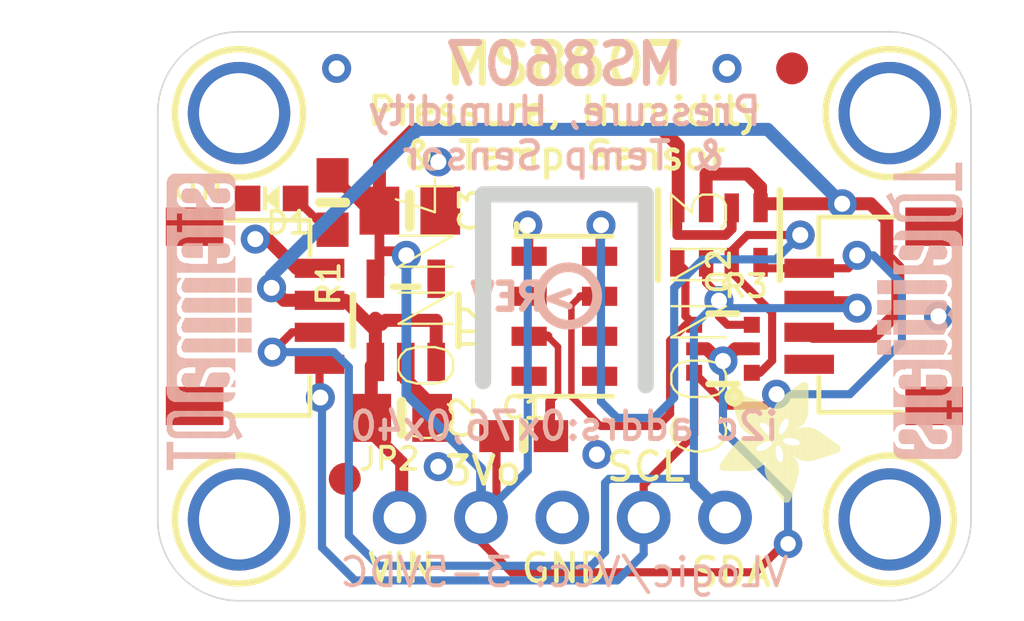
<source format=kicad_pcb>
(kicad_pcb (version 20211014) (generator pcbnew)
  (layers (0 "F.Cu" signal) (31 "B.Cu" signal) (34 "B.Paste" user) (35 "F.Paste" user) (36 "B.SilkS" user "B.Silkscreen") (37 "F.SilkS" user "F.Silkscreen") (38 "B.Mask" user) (39 "F.Mask" user) (44 "Edge.Cuts" user))
  (net 0 "")
  (net 1 "GND")
  (net 2 "SDA")
  (net 3 "SCL")
  (net 4 "SCL_3V")
  (net 5 "SDA_3V")
  (net 6 "3.3V")
  (net 7 "VCC")
  (net 8 "N$1")
  (footprint "boardEagle:ADAFRUIT_3.5MM" (layer "F.Cu") (at 153.3271 107.0356 -90)
    (fp_text reference "U$22" hide)
    (fp_text value "" hide)
  )
  (footprint "boardEagle:MS8607" (layer "F.Cu") (at 148.5011 105.0036)
    (fp_text reference "X1" hide)
    (fp_text value "MS8607" hide)
    (pad "1" smd rect (at -1.1 -1.875) (size 1.1 0.6) (layers "F.Cu" "F.Paste" "F.Mask") (net 6 "3.3V"))
    (pad "2" smd rect (at -1.1 -0.625) (size 1.1 0.6) (layers "F.Cu" "F.Paste" "F.Mask"))
    (pad "3" smd rect (at -1.1 0.625) (size 1.1 0.6) (layers "F.Cu" "F.Paste" "F.Mask") (net 1 "GND"))
    (pad "4" smd rect (at -1.1 1.875) (size 1.1 0.6) (layers "F.Cu" "F.Paste" "F.Mask"))
    (pad "5" smd rect (at 1.1 1.875 180) (size 1.1 0.6) (layers "F.Cu" "F.Paste" "F.Mask"))
    (pad "6" smd rect (at 1.1 0.625 180) (size 1.1 0.6) (layers "F.Cu" "F.Paste" "F.Mask"))
    (pad "7" smd rect (at 1.1 -0.625 180) (size 1.1 0.6) (layers "F.Cu" "F.Paste" "F.Mask") (net 5 "SDA_3V"))
    (pad "8" smd rect (at 1.1 -1.875 180) (size 1.1 0.6) (layers "F.Cu" "F.Paste" "F.Mask") (net 4 "SCL_3V"))
  )
  (footprint "boardEagle:1X05_ROUND" (layer "F.Cu") (at 148.4376 111.2901)
    (fp_text reference "JP2" (at -6.4262 -1.8288) (layer "F.SilkS") (effects (font (size 0.692831 0.692831) (thickness 0.119969)) (justify left)))
    (fp_text value "")
    (pad "1" thru_hole circle (at -5.08 0 90) (size 1.6764 1.6764) (drill 1) (layers *.Cu *.Mask) (net 7 "VCC"))
    (pad "2" thru_hole circle (at -2.54 0 90) (size 1.6764 1.6764) (drill 1) (layers *.Cu *.Mask) (net 6 "3.3V"))
    (pad "3" thru_hole circle (at 0 0 90) (size 1.6764 1.6764) (drill 1) (layers *.Cu *.Mask) (net 1 "GND"))
    (pad "4" thru_hole circle (at 2.54 0 90) (size 1.6764 1.6764) (drill 1) (layers *.Cu *.Mask) (net 3 "SCL"))
    (pad "5" thru_hole circle (at 5.08 0 90) (size 1.6764 1.6764) (drill 1) (layers *.Cu *.Mask) (net 2 "SDA"))
  )
  (footprint "boardEagle:JST_SH4" (layer "F.Cu") (at 158.6611 105.0036 90)
    (fp_text reference "CONN3" (at -4.6 -5.9 90) (layer "F.SilkS") (effects (font (size 1.703222 1.703222) (thickness 0.074778)) (justify left)))
    (fp_text value "STEMMA_I2C_QT" hide)
    (pad "1" smd rect (at -1.5 -2.514 180) (size 1.55 0.6) (layers "F.Cu" "F.Paste" "F.Mask") (net 1 "GND"))
    (pad "2" smd rect (at -0.5 -2.514 180) (size 1.55 0.6) (layers "F.Cu" "F.Paste" "F.Mask") (net 7 "VCC"))
    (pad "3" smd rect (at 0.5 -2.514 180) (size 1.55 0.6) (layers "F.Cu" "F.Paste" "F.Mask") (net 2 "SDA"))
    (pad "4" smd rect (at 1.5 -2.514 180) (size 1.55 0.6) (layers "F.Cu" "F.Paste" "F.Mask") (net 3 "SCL"))
    (pad "MT1" smd rect (at -2.8 1.386 180) (size 1.8 1.2) (layers "F.Cu" "F.Paste" "F.Mask") (net 1 "GND"))
    (pad "MT2" smd rect (at 2.8 1.386 180) (size 1.8 1.2) (layers "F.Cu" "F.Paste" "F.Mask") (net 1 "GND"))
  )
  (footprint "boardEagle:0603-NO" (layer "F.Cu") (at 141.2621 101.4476 -90)
    (fp_text reference "R1" (at 1.778 0.127 90) (layer "F.SilkS") (effects (font (size 0.692831 0.692831) (thickness 0.119969)) (justify right)))
    (fp_text value "10K")
    (pad "1" smd rect (at -0.85 0 270) (size 1.075 1) (layers "F.Cu" "F.Paste" "F.Mask") (net 6 "3.3V"))
    (pad "2" smd rect (at 0.85 0 270) (size 1.075 1) (layers "F.Cu" "F.Paste" "F.Mask") (net 8 "N$1"))
  )
  (footprint "boardEagle:FIDUCIAL_1MM" (layer "F.Cu") (at 141.6431 110.0836)
    (fp_text reference "FID3" hide)
    (fp_text value "FIDUCIAL_1MM" hide)
    (pad "1" smd roundrect (at 0 0) (size 1 1) (layers "F.Cu" "F.Mask") (roundrect_rratio 0.5))
  )
  (footprint "boardEagle:SOT23-5" (layer "F.Cu") (at 143.5481 105.1306)
    (fp_text reference "U2" (at 2.032 -0.562 90) (layer "F.SilkS") (effects (font (size 0.692831 0.692831) (thickness 0.119969)) (justify right)))
    (fp_text value "AP2112K-3.3")
    (pad "1" smd rect (at -0.95 1.3001) (size 0.55 1.2) (layers "F.Cu" "F.Paste" "F.Mask") (net 7 "VCC"))
    (pad "2" smd rect (at 0 1.3001) (size 0.55 1.2) (layers "F.Cu" "F.Paste" "F.Mask") (net 1 "GND"))
    (pad "3" smd rect (at 0.95 1.3001) (size 0.55 1.2) (layers "F.Cu" "F.Paste" "F.Mask") (net 7 "VCC"))
    (pad "4" smd rect (at 0.95 -1.3001) (size 0.55 1.2) (layers "F.Cu" "F.Paste" "F.Mask"))
    (pad "5" smd rect (at -0.95 -1.3001) (size 0.55 1.2) (layers "F.Cu" "F.Paste" "F.Mask") (net 6 "3.3V"))
  )
  (footprint "boardEagle:0805-NO" (layer "F.Cu") (at 143.4211 108.1786)
    (fp_text reference "C2" (at 1.905 -0.762 90) (layer "F.SilkS") (effects (font (size 0.692831 0.692831) (thickness 0.119969)) (justify right)))
    (fp_text value "10uF")
    (pad "1" smd rect (at -0.95 0) (size 1.24 1.5) (layers "F.Cu" "F.Paste" "F.Mask") (net 7 "VCC"))
    (pad "2" smd rect (at 0.95 0) (size 1.24 1.5) (layers "F.Cu" "F.Paste" "F.Mask") (net 1 "GND"))
  )
  (footprint "boardEagle:0805-NO" (layer "F.Cu") (at 143.6751 101.7016)
    (fp_text reference "C3" (at 1.905 -0.762 90) (layer "F.SilkS") (effects (font (size 0.692831 0.692831) (thickness 0.119969)) (justify right)))
    (fp_text value "10uF")
    (pad "1" smd rect (at -0.95 0) (size 1.24 1.5) (layers "F.Cu" "F.Paste" "F.Mask") (net 6 "3.3V"))
    (pad "2" smd rect (at 0.95 0) (size 1.24 1.5) (layers "F.Cu" "F.Paste" "F.Mask") (net 1 "GND"))
  )
  (footprint "boardEagle:MOUNTINGHOLE_2.5_PLATED" (layer "F.Cu") (at 158.6611 111.3536)
    (fp_text reference "U$21" hide)
    (fp_text value "MOUNTINGHOLE2.5" hide)
    (pad "P$1" thru_hole circle (at 0 0) (size 3.2 3.2) (drill 2.5) (layers *.Cu *.Mask))
  )
  (footprint "boardEagle:CHIPLED_0603_NOOUTLINE" (layer "F.Cu") (at 139.3571 101.3206 90)
    (fp_text reference "D1" (at -0.762 1.27) (layer "F.SilkS") (effects (font (size 0.692831 0.692831) (thickness 0.119969)) (justify right)))
    (fp_text value "GREEN")
    (pad "A" smd rect (at 0 0.75 90) (size 0.8 0.8) (layers "F.Cu" "F.Paste" "F.Mask") (net 8 "N$1"))
    (pad "C" smd rect (at 0 -0.75 90) (size 0.8 0.8) (layers "F.Cu" "F.Paste" "F.Mask") (net 1 "GND"))
  )
  (footprint "boardEagle:MOUNTINGHOLE_2.5_PLATED" (layer "F.Cu") (at 158.6611 98.6536)
    (fp_text reference "U$17" hide)
    (fp_text value "MOUNTINGHOLE2.5" hide)
    (pad "P$1" thru_hole circle (at 0 0) (size 3.2 3.2) (drill 2.5) (layers *.Cu *.Mask))
  )
  (footprint "boardEagle:JST_SH4" (layer "F.Cu") (at 138.3411 105.0036 -90)
    (fp_text reference "CONN4" (at -4.6 -5.9 90) (layer "F.SilkS") (effects (font (size 1.703222 1.703222) (thickness 0.074778)) (justify right)))
    (fp_text value "STEMMA_I2C_QT" hide)
    (pad "1" smd rect (at -1.5 -2.514) (size 1.55 0.6) (layers "F.Cu" "F.Paste" "F.Mask") (net 1 "GND"))
    (pad "2" smd rect (at -0.5 -2.514) (size 1.55 0.6) (layers "F.Cu" "F.Paste" "F.Mask") (net 7 "VCC"))
    (pad "3" smd rect (at 0.5 -2.514) (size 1.55 0.6) (layers "F.Cu" "F.Paste" "F.Mask") (net 2 "SDA"))
    (pad "4" smd rect (at 1.5 -2.514) (size 1.55 0.6) (layers "F.Cu" "F.Paste" "F.Mask") (net 3 "SCL"))
    (pad "MT1" smd rect (at -2.8 1.386) (size 1.8 1.2) (layers "F.Cu" "F.Paste" "F.Mask") (net 1 "GND"))
    (pad "MT2" smd rect (at 2.8 1.386) (size 1.8 1.2) (layers "F.Cu" "F.Paste" "F.Mask") (net 1 "GND"))
  )
  (footprint "boardEagle:0603-NO" (layer "F.Cu") (at 147.2311 108.7501)
    (fp_text reference "C1" (at -0.762 -0.889) (layer "F.SilkS") (effects (font (size 0.692831 0.692831) (thickness 0.119969)) (justify left)))
    (fp_text value "0.1uF")
    (pad "1" smd rect (at -0.85 0) (size 1.075 1) (layers "F.Cu" "F.Paste" "F.Mask") (net 6 "3.3V"))
    (pad "2" smd rect (at 0.85 0) (size 1.075 1) (layers "F.Cu" "F.Paste" "F.Mask") (net 1 "GND"))
  )
  (footprint "boardEagle:RESPACK_4X0603" (layer "F.Cu") (at 153.3271 102.4636 180)
    (fp_text reference "R3" (at -1.6 -1.6) (layer "F.SilkS") (effects (font (size 0.692831 0.692831) (thickness 0.119969)) (justify right)))
    (fp_text value "10K")
    (pad "1" smd rect (at -1.3 0.85 180) (size 0.45 0.9) (layers "F.Cu" "F.Paste" "F.Mask") (net 7 "VCC"))
    (pad "2" smd rect (at -0.4 0.85 180) (size 0.45 0.9) (layers "F.Cu" "F.Paste" "F.Mask") (net 6 "3.3V"))
    (pad "3" smd rect (at 0.4 0.85 180) (size 0.45 0.9) (layers "F.Cu" "F.Paste" "F.Mask") (net 7 "VCC"))
    (pad "4" smd rect (at 1.3 0.85 180) (size 0.45 0.9) (layers "F.Cu" "F.Paste" "F.Mask") (net 6 "3.3V"))
    (pad "5" smd rect (at 1.3 -0.85 180) (size 0.45 0.9) (layers "F.Cu" "F.Paste" "F.Mask") (net 5 "SDA_3V"))
    (pad "6" smd rect (at 0.4 -0.85 180) (size 0.45 0.9) (layers "F.Cu" "F.Paste" "F.Mask") (net 2 "SDA"))
    (pad "7" smd rect (at -0.4 -0.85 180) (size 0.45 0.9) (layers "F.Cu" "F.Paste" "F.Mask") (net 4 "SCL_3V"))
    (pad "8" smd rect (at -1.3 -0.85 180) (size 0.45 0.9) (layers "F.Cu" "F.Paste" "F.Mask") (net 3 "SCL"))
  )
  (footprint "boardEagle:MOUNTINGHOLE_2.5_PLATED" (layer "F.Cu") (at 138.3411 98.6536)
    (fp_text reference "U$1" hide)
    (fp_text value "MOUNTINGHOLE2.5" hide)
    (pad "P$1" thru_hole circle (at 0 0) (size 3.2 3.2) (drill 2.5) (layers *.Cu *.Mask))
  )
  (footprint "boardEagle:MOUNTINGHOLE_2.5_PLATED" (layer "F.Cu") (at 138.3411 111.3536)
    (fp_text reference "U$19" hide)
    (fp_text value "MOUNTINGHOLE2.5" hide)
    (pad "P$1" thru_hole circle (at 0 0) (size 3.2 3.2) (drill 2.5) (layers *.Cu *.Mask))
  )
  (footprint "boardEagle:FIDUCIAL_1MM" (layer "F.Cu") (at 155.6131 97.2566)
    (fp_text reference "FID4" hide)
    (fp_text value "FIDUCIAL_1MM" hide)
    (pad "1" smd roundrect (at 0 0) (size 1 1) (layers "F.Cu" "F.Mask") (roundrect_rratio 0.5))
  )
  (footprint "boardEagle:SOT363" (layer "F.Cu") (at 153.4541 106.0196 90)
    (fp_text reference "Q2" (at 1.651 -0.127 90) (layer "F.SilkS") (effects (font (size 0.692831 0.692831) (thickness 0.119969)) (justify left)))
    (fp_text value "BSS138")
    (pad "1" smd rect (at -0.75 0.9 90) (size 0.5 0.5) (layers "F.Cu" "F.Paste" "F.Mask") (net 4 "SCL_3V"))
    (pad "2" smd rect (at 0 0.9 90) (size 0.4 0.5) (layers "F.Cu" "F.Paste" "F.Mask") (net 6 "3.3V"))
    (pad "3" smd rect (at 0.75 0.9 90) (size 0.5 0.5) (layers "F.Cu" "F.Paste" "F.Mask") (net 2 "SDA"))
    (pad "4" smd rect (at 0.75 -0.9 90) (size 0.5 0.5) (layers "F.Cu" "F.Paste" "F.Mask") (net 5 "SDA_3V"))
    (pad "5" smd rect (at 0 -0.9 90) (size 0.4 0.5) (layers "F.Cu" "F.Paste" "F.Mask") (net 6 "3.3V"))
    (pad "6" smd rect (at -0.75 -0.9 90) (size 0.5 0.5) (layers "F.Cu" "F.Paste" "F.Mask") (net 3 "SCL"))
  )
  (footprint "boardEagle:STEMMAQT" (layer "B.Cu") (at 138.7221 100.5586 -90)
    (fp_text reference "U$31" hide)
    (fp_text value "" hide)
  )
  (footprint "boardEagle:PCBFEAT-REV-040" (layer "B.Cu") (at 148.6281 104.3686 180)
    (fp_text reference "U$25" hide)
    (fp_text value "" hide)
    (fp_text user ">REV" (at -0.3556 -0.508) (layer "B.SilkS") (effects (font (size 0.8128 0.8128) (thickness 0.2032)) (justify left bottom mirror)))
  )
  (footprint "boardEagle:STEMMAQT" (layer "B.Cu") (at 158.2801 109.4486 90)
    (fp_text reference "U$30" hide)
    (fp_text value "" hide)
  )
  (gr_line (start 158.6611 96.1136) (end 138.3411 96.1136) (layer "Edge.Cuts") (width 0.05))
  (gr_line (start 145.9611 107.0356) (end 145.9611 101.1936) (layer "Edge.Cuts") (width 0.508))
  (gr_arc (start 161.2011 111.3536) (mid 160.457151 113.149651) (end 158.6611 113.8936) (layer "Edge.Cuts") (width 0.05))
  (gr_arc (start 158.6611 96.1136) (mid 160.457151 96.857549) (end 161.2011 98.6536) (layer "Edge.Cuts") (width 0.05))
  (gr_line (start 161.2011 111.3536) (end 161.2011 98.6536) (layer "Edge.Cuts") (width 0.05))
  (gr_line (start 138.3411 113.8936) (end 158.6611 113.8936) (layer "Edge.Cuts") (width 0.05))
  (gr_line (start 135.8011 98.6536) (end 135.8011 111.3536) (layer "Edge.Cuts") (width 0.05))
  (gr_arc (start 135.8011 98.6536) (mid 136.545049 96.857549) (end 138.3411 96.1136) (layer "Edge.Cuts") (width 0.05))
  (gr_arc (start 138.3411 113.8936) (mid 136.545049 113.149651) (end 135.8011 111.3536) (layer "Edge.Cuts") (width 0.05))
  (gr_line (start 151.0411 101.1936) (end 151.0411 107.1626) (layer "Edge.Cuts") (width 0.508))
  (gr_line (start 145.9611 101.1936) (end 151.0411 101.1936) (layer "Edge.Cuts") (width 0.508))
  (gr_text "i2c addrs:0x76,0x40" (at 148.5011 108.4326) (layer "B.SilkS") (effects (font (size 0.8636 0.8636) (thickness 0.1524)) (justify mirror)))
  (gr_text "VLogic/Vcc: 3-5VDC" (at 148.5011 113.0046) (layer "B.SilkS") (effects (font (size 0.89408 0.89408) (thickness 0.12192)) (justify mirror)))
  (gr_text "MS8607" (at 148.5011 97.1296) (layer "B.SilkS") (effects (font (size 1.25222 1.25222) (thickness 0.22098)) (justify mirror)))
  (gr_text "Pressure, Humidity\n& Temp Sensor" (at 148.5011 99.2886) (layer "B.SilkS") (effects (font (size 0.8636 0.8636) (thickness 0.1524)) (justify mirror)))
  (gr_text "3Vo" (at 145.9611 109.8296) (layer "F.SilkS") (effects (font (size 0.87376 0.87376) (thickness 0.14224))))
  (gr_text "Pressure, Humidity\n& Temp Sensor" (at 148.5011 99.2886) (layer "F.SilkS") (effects (font (size 0.8636 0.8636) (thickness 0.1524))))
  (gr_text "SCL" (at 151.0411 109.7026) (layer "F.SilkS") (effects (font (size 0.87376 0.87376) (thickness 0.14224))))
  (gr_text "SDA" (at 153.7081 113.0046) (layer "F.SilkS") (effects (font (size 0.87376 0.87376) (thickness 0.14224))))
  (gr_text "MS8607" (at 148.5011 97.1296) (layer "F.SilkS") (effects (font (size 1.25222 1.25222) (thickness 0.22098))))
  (gr_text "GND" (at 148.5011 112.8776) (layer "F.SilkS") (effects (font (size 0.87376 0.87376) (thickness 0.14224))))
  (gr_text "on" (at 136.1821 101.4476) (layer "F.SilkS") (effects (font (size 0.89408 0.89408) (thickness 0.12192)) (justify left bottom)))
  (gr_text "VIN" (at 143.4211 112.8776) (layer "F.SilkS") (effects (font (size 0.87376 0.87376) (thickness 0.14224))))
  (segment (start 140.8551 103.5036) (end 140.1431 103.5036) (width 0.4064) (layer "F.Cu") (net 1))
  (segment (start 148.0566 108.7256) (end 148.0811 108.7501) (width 0.3048) (layer "F.Cu") (net 1))
  (segment (start 147.9743 105.6286) (end 148.3018 105.9561) (width 0.2032) (layer "F.Cu") (net 1))
  (segment (start 148.3018 105.9561) (end 148.3018 107.4254) (width 0.2032) (layer "F.Cu") (net 1))
  (segment (start 148.0566 107.6706) (end 148.0566 108.7256) (width 0.3048) (layer "F.Cu") (net 1))
  (segment (start 139.2301 102.5906) (end 138.8491 102.5906) (width 0.4064) (layer "F.Cu") (net 1))
  (segment (start 148.3018 107.4254) (end 148.0566 107.6706) (width 0.2032) (layer "F.Cu") (net 1))
  (segment (start 140.1431 103.5036) (end 139.2301 102.5906) (width 0.4064) (layer "F.Cu") (net 1))
  (segment (start 147.4011 105.6286) (end 147.9743 105.6286) (width 0.3048) (layer "F.Cu") (net 1))
  (segment (start 143.5481 106.4307) (end 143.5481 106.9746) (width 0.4064) (layer "F.Cu") (net 1))
  (segment (start 144.3711 107.7976) (end 143.5481 106.9746) (width 0.4064) (layer "F.Cu") (net 1))
  (segment (start 144.3711 108.1786) (end 144.3711 107.7976) (width 0.4064) (layer "F.Cu") (net 1))
  (via (at 144.5641 100.1776) (size 0.9064) (drill 0.5) (layers "F.Cu" "B.Cu") (net 1))
  (via (at 144.5641 109.7026) (size 0.9064) (drill 0.5) (layers "F.Cu" "B.Cu") (net 1))
  (via (at 141.3891 97.2566) (size 0.9064) (drill 0.5) (layers "F.Cu" "B.Cu") (net 1))
  (via (at 149.5171 109.3216) (size 0.9064) (drill 0.5) (layers "F.Cu" "B.Cu") (net 1))
  (via (at 138.8491 102.5906) (size 0.9064) (drill 0.5) (layers "F.Cu" "B.Cu") (net 1))
  (via (at 160.1851 105.0036) (size 0.9064) (drill 0.5) (layers "F.Cu" "B.Cu") (net 1))
  (via (at 153.5811 97.2566) (size 0.9064) (drill 0.5) (layers "F.Cu" "B.Cu") (net 1))
  (segment (start 152.9271 103.3136) (end 152.9271 103.9486) (width 0.254) (layer "F.Cu") (net 2))
  (segment (start 140.0001 105.5036) (end 139.379706 106.123994) (width 0.254) (layer "F.Cu") (net 2))
  (segment (start 157.3991 104.5036) (end 157.6451 104.7496) (width 0.254) (layer "F.Cu") (net 2))
  (segment (start 153.3271 104.5146) (end 153.3271 105.0046) (width 0.254) (layer "F.Cu") (net 2))
  (segment (start 153.3271 104.5146) (end 153.3271 104.3486) (width 0.254) (layer "F.Cu") (net 2))
  (segment (start 140.8551 105.5036) (end 140.0001 105.5036) (width 0.254) (layer "F.Cu") (net 2))
  (segment (start 156.1471 104.5036) (end 157.3991 104.5036) (width 0.254) (layer "F.Cu") (net 2))
  (segment (start 153.3271 104.3486) (end 152.9271 103.9486) (width 0.254) (layer "F.Cu") (net 2))
  (segment (start 153.5921 105.2696) (end 154.3541 105.2696) (width 0.254) (layer "F.Cu") (net 2))
  (segment (start 153.5921 105.2696) (end 153.3271 105.0046) (width 0.254) (layer "F.Cu") (net 2))
  (via (at 153.3271 104.5146) (size 0.9064) (drill 0.5) (layers "F.Cu" "B.Cu") (net 2))
  (via (at 157.6451 104.7496) (size 0.9064) (drill 0.5) (layers "F.Cu" "B.Cu") (net 2))
  (via (at 139.379706 106.123994) (size 0.9064) (drill 0.5) (layers "F.Cu" "B.Cu") (net 2))
  (segment (start 153.5621 104.7496) (end 153.3271 104.5146) (width 0.254) (layer "B.Cu") (net 2))
  (segment (start 141.7701 111.8616) (end 142.7099 112.8014) (width 0.254) (layer "B.Cu") (net 2))
  (segment (start 149.8981 110.0836) (end 152.4381 110.0836) (width 0.254) (layer "B.Cu") (net 2))
  (segment (start 157.6451 104.7496) (end 153.5621 104.7496) (width 0.254) (layer "B.Cu") (net 2))
  (segment (start 153.5176 111.2901) (end 152.5461 110.3186) (width 0.254) (layer "B.Cu") (net 2))
  (segment (start 139.379706 106.123994) (end 141.302993 106.123994) (width 0.254) (layer "B.Cu") (net 2))
  (segment (start 141.7701 106.5911) (end 141.7701 111.8616) (width 0.254) (layer "B.Cu") (net 2))
  (segment (start 153.5176 111.1631) (end 153.5176 111.2901) (width 0.254) (layer "B.Cu") (net 2))
  (segment (start 152.5461 105.2956) (end 152.5461 110.3186) (width 0.254) (layer "B.Cu") (net 2))
  (segment (start 149.3393 112.8014) (end 149.7711 112.3696) (width 0.254) (layer "B.Cu") (net 2))
  (segment (start 149.7711 110.2106) (end 149.8981 110.0836) (width 0.254) (layer "B.Cu") (net 2))
  (segment (start 152.4381 110.0836) (end 153.5176 111.1631) (width 0.254) (layer "B.Cu") (net 2))
  (segment (start 149.7711 112.3696) (end 149.7711 110.2106) (width 0.254) (layer "B.Cu") (net 2))
  (segment (start 153.3271 104.5146) (end 152.5461 105.2956) (width 0.254) (layer "B.Cu") (net 2))
  (segment (start 141.302993 106.123994) (end 141.7701 106.5911) (width 0.254) (layer "B.Cu") (net 2))
  (segment (start 149.3393 112.8014) (end 142.7099 112.8014) (width 0.254) (layer "B.Cu") (net 2))
  (segment (start 140.8551 106.5036) (end 140.8551 107.5176) (width 0.254) (layer "F.Cu") (net 3))
  (segment (start 152.5541 108.6976) (end 150.9776 110.2741) (width 0.254) (layer "F.Cu") (net 3))
  (segment (start 150.9776 110.2741) (end 150.9776 111.2901) (width 0.254) (layer "F.Cu") (net 3))
  (segment (start 153.5811 107.7976) (end 152.5536 106.7701) (width 0.254) (layer "F.Cu") (net 3))
  (segment (start 154.8171 103.5036) (end 154.6271 103.3136) (width 0.254) (layer "F.Cu") (net 3))
  (segment (start 152.5541 106.7696) (end 152.5541 108.6976) (width 0.254) (layer "F.Cu") (net 3))
  (segment (start 152.5541 106.7696) (end 152.5536 106.7701) (width 0.254) (layer "F.Cu") (net 3))
  (segment (start 157.6451 103.0986) (end 157.6451 103.2256) (width 0.254) (layer "F.Cu") (net 3))
  (segment (start 157.6451 103.2256) (end 157.3671 103.5036) (width 0.254) (layer "F.Cu") (net 3))
  (segment (start 154.7698 107.7976) (end 155.12795 107.43945) (width 0.254) (layer "F.Cu") (net 3))
  (segment (start 156.1471 103.5036) (end 154.8171 103.5036) (width 0.254) (layer "F.Cu") (net 3))
  (segment (start 157.3671 103.5036) (end 156.1471 103.5036) (width 0.254) (layer "F.Cu") (net 3))
  (segment (start 153.5811 107.7976) (end 154.7698 107.7976) (width 0.254) (layer "F.Cu") (net 3))
  (segment (start 140.8811 107.5436) (end 140.8551 107.5176) (width 0.254) (layer "F.Cu") (net 3))
  (via (at 155.12795 107.43945) (size 0.9064) (drill 0.5) (layers "F.Cu" "B.Cu") (net 3))
  (via (at 140.8811 107.5436) (size 0.9064) (drill 0.5) (layers "F.Cu" "B.Cu") (net 3))
  (via (at 157.6451 103.0986) (size 0.9064) (drill 0.5) (layers "F.Cu" "B.Cu") (net 3))
  (segment (start 150.9776 112.4331) (end 150.9776 111.2901) (width 0.254) (layer "B.Cu") (net 3))
  (segment (start 150.1521 113.2586) (end 150.9776 112.4331) (width 0.254) (layer "B.Cu") (net 3))
  (segment (start 158.1531 103.0986) (end 157.6451 103.0986) (width 0.254) (layer "B.Cu") (net 3))
  (segment (start 141.9606 113.2586) (end 150.1521 113.2586) (width 0.254) (layer "B.Cu") (net 3))
  (segment (start 140.9319 112.2299) (end 141.9606 113.2586) (width 0.254) (layer "B.Cu") (net 3))
  (segment (start 157.41395 107.43945) (end 159.0421 105.8113) (width 0.254) (layer "B.Cu") (net 3))
  (segment (start 159.0421 105.8113) (end 159.0421 103.9876) (width 0.254) (layer "B.Cu") (net 3))
  (segment (start 140.9319 107.5436) (end 140.9319 112.2299) (width 0.254) (layer "B.Cu") (net 3))
  (segment (start 140.8811 107.5436) (end 140.9319 107.5436) (width 0.254) (layer "B.Cu") (net 3))
  (segment (start 155.12795 107.43945) (end 157.41395 107.43945) (width 0.254) (layer "B.Cu") (net 3))
  (segment (start 159.0421 103.9876) (end 158.1531 103.0986) (width 0.254) (layer "B.Cu") (net 3))
  (segment (start 153.7271 103.3136) (end 153.7271 102.9526) (width 0.254) (layer "F.Cu") (net 4))
  (segment (start 153.7271 103.3136) (end 153.7271 103.6256) (width 0.254) (layer "F.Cu") (net 4))
  (segment (start 154.9891 106.3886) (end 154.6081 106.7696) (width 0.254) (layer "F.Cu") (net 4))
  (segment (start 154.2161 102.4636) (end 155.8671 102.4636) (width 0.254) (layer "F.Cu") (net 4))
  (segment (start 153.7271 102.9526) (end 154.2161 102.4636) (width 0.254) (layer "F.Cu") (net 4))
  (segment (start 149.6011 103.1286) (end 149.6011 102.1978) (width 0.254) (layer "F.Cu") (net 4))
  (segment (start 153.7271 103.6256) (end 154.9891 104.8876) (width 0.254) (layer "F.Cu") (net 4))
  (segment (start 154.3541 106.7696) (end 154.6081 106.7696) (width 0.254) (layer "F.Cu") (net 4))
  (segment (start 149.6011 102.1978) (end 149.6441 102.1548) (width 0.254) (layer "F.Cu") (net 4))
  (segment (start 154.9891 104.8876) (end 154.9891 106.3886) (width 0.254) (layer "F.Cu") (net 4))
  (via (at 155.8671 102.4636) (size 0.9064) (drill 0.5) (layers "F.Cu" "B.Cu") (net 4))
  (via (at 149.6441 102.1548) (size 0.9064) (drill 0.5) (layers "F.Cu" "B.Cu") (net 4))
  (segment (start 155.1051 103.2256) (end 155.8671 102.4636) (width 0.254) (layer "B.Cu") (net 4))
  (segment (start 150.1521 108.1786) (end 151.304131 108.1786) (width 0.254) (layer "B.Cu") (net 4))
  (segment (start 151.9301 107.552632) (end 151.9301 104.1146) (width 0.254) (layer "B.Cu") (net 4))
  (segment (start 152.8191 103.2256) (end 155.1051 103.2256) (width 0.254) (layer "B.Cu") (net 4))
  (segment (start 149.6441 102.1548) (end 149.6441 107.6706) (width 0.254) (layer "B.Cu") (net 4))
  (segment (start 149.6441 107.6706) (end 150.1521 108.1786) (width 0.254) (layer "B.Cu") (net 4))
  (segment (start 151.9301 104.1146) (end 152.8191 103.2256) (width 0.254) (layer "B.Cu") (net 4))
  (segment (start 151.304131 108.1786) (end 151.9301 107.552632) (width 0.254) (layer "B.Cu") (net 4))
  (segment (start 152.2811 104.9966) (end 152.5541 105.2696) (width 0.254) (layer "F.Cu") (net 5))
  (segment (start 149.6011 104.3786) (end 148.9991 104.3786) (width 0.254) (layer "F.Cu") (net 5))
  (segment (start 152.5541 105.2696) (end 152.2991 105.2696) (width 0.254) (layer "F.Cu") (net 5))
  (segment (start 152.2811 103.5676) (end 152.2811 104.9966) (width 0.254) (layer "F.Cu") (net 5))
  (segment (start 148.7209 104.6568) (end 148.7209 107.5094) (width 0.2032) (layer "F.Cu") (net 5))
  (segment (start 151.8031 105.7656) (end 151.8031 108.0516) (width 0.254) (layer "F.Cu") (net 5))
  (segment (start 152.0271 103.3136) (end 152.2811 103.5676) (width 0.254) (layer "F.Cu") (net 5))
  (segment (start 152.2991 105.2696) (end 151.8031 105.7656) (width 0.254) (layer "F.Cu") (net 5))
  (segment (start 151.8031 108.0516) (end 151.4221 108.4326) (width 0.254) (layer "F.Cu") (net 5))
  (segment (start 148.7209 107.5094) (end 149.6441 108.4326) (width 0.2032) (layer "F.Cu") (net 5))
  (segment (start 151.4221 108.4326) (end 149.6441 108.4326) (width 0.254) (layer "F.Cu") (net 5))
  (segment (start 148.9991 104.3786) (end 148.7209 104.6568) (width 0.2032) (layer "F.Cu") (net 5))
  (segment (start 147.4011 102.1978) (end 147.3581 102.1548) (width 0.254) (layer "F.Cu") (net 6))
  (segment (start 147.4011 103.1286) (end 147.4011 102.1978) (width 0.254) (layer "F.Cu") (net 6))
  (segment (start 152.0571 99.6696) (end 152.0571 101.5836) (width 0.4064) (layer "F.Cu") (net 6))
  (segment (start 155.3591 112.1156) (end 154.4701 113.0046) (width 0.254) (layer "F.Cu") (net 6))
  (segment (start 146.3811 108.7501) (end 146.3811 110.8066) (width 0.254) (layer "F.Cu") (net 6))
  (segment (start 143.8021 99.1616) (end 151.5491 99.1616) (width 0.4064) (layer "F.Cu") (net 6))
  (segment (start 142.7251 103.7035) (end 142.5981 103.8305) (width 0.3048) (layer "F.Cu") (net 6))
  (segment (start 146.8501 113.0046) (end 145.8976 112.0521) (width 0.254) (layer "F.Cu") (net 6))
  (segment (start 152.0271 101.6136) (end 152.0271 102.4636) (width 0.3048) (layer "F.Cu") (net 6))
  (segment (start 146.3811 110.8066) (end 145.8976 111.2901) (width 0.254) (layer "F.Cu") (net 6))
  (segment (start 141.2621 100.5976) (end 142.3661 101.7016) (width 0.3048) (layer "F.Cu") (net 6))
  (segment (start 152.0571 101.5836) (end 152.0271 101.6136) (width 0.4064) (layer "F.Cu") (net 6))
  (segment (start 152.0271 102.4636) (end 153.5336 102.4636) (width 0.3048) (layer "F.Cu") (net 6))
  (segment (start 153.5336 102.4636) (end 153.7271 102.2701) (width 0.3048) (layer "F.Cu") (net 6))
  (segment (start 154.4701 113.0046) (end 146.8501 113.0046) (width 0.254) (layer "F.Cu") (net 6))
  (segment (start 142.7251 100.2386) (end 143.8021 99.1616) (width 0.4064) (layer "F.Cu") (net 6))
  (segment (start 142.3661 101.7016) (end 142.7251 101.7016) (width 0.3048) (layer "F.Cu") (net 6))
  (segment (start 145.8976 112.0521) (end 145.8976 111.2901) (width 0.254) (layer "F.Cu") (net 6))
  (segment (start 153.3271 106.4006) (end 153.4541 106.4006) (width 0.3048) (layer "F.Cu") (net 6))
  (segment (start 154.3541 106.0196) (end 153.8351 106.0196) (width 0.4064) (layer "F.Cu") (net 6))
  (segment (start 142.7251 101.7016) (end 142.7251 102.9716) (width 0.3048) (layer "F.Cu") (net 6))
  (segment (start 142.7251 102.9716) (end 143.4397 102.9716) (width 0.3048) (layer "F.Cu") (net 6))
  (segment (start 142.7251 102.9716) (end 142.7251 103.7035) (width 0.3048) (layer "F.Cu") (net 6))
  (segment (start 153.7271 102.2701) (end 153.7271 101.6136) (width 0.3048) (layer "F.Cu") (net 6))
  (segment (start 152.9461 106.0196) (end 152.5541 106.0196) (width 0.4064) (layer "F.Cu") (net 6))
  (segment (start 155.4861 112.1156) (end 155.3591 112.1156) (width 0.254) (layer "F.Cu") (net 6))
  (segment (start 152.9461 106.0196) (end 153.3271 106.4006) (width 0.4064) (layer "F.Cu") (net 6))
  (segment (start 142.7251 101.7016) (end 142.7251 100.2386) (width 0.4064) (layer "F.Cu") (net 6))
  (segment (start 151.5491 99.1616) (end 152.0571 99.6696) (width 0.4064) (layer "F.Cu") (net 6))
  (segment (start 143.4397 102.9716) (end 143.5667 103.0986) (width 0.3048) (layer "F.Cu") (net 6))
  (segment (start 153.4541 106.4006) (end 153.8351 106.0196) (width 0.4064) (layer "F.Cu") (net 6))
  (via (at 153.4541 106.4006) (size 0.9064) (drill 0.5) (layers "F.Cu" "B.Cu") (net 6))
  (via (at 143.5667 103.0986) (size 0.9064) (drill 0.5) (layers "F.Cu" "B.Cu") (net 6))
  (via (at 147.3581 102.1548) (size 0.9064) (drill 0.5) (layers "F.Cu" "B.Cu") (net 6))
  (via (at 155.4861 112.1156) (size 0.889) (drill 0.4826) (layers "F.Cu" "B.Cu") (net 6))
  (segment (start 145.8976 109.7661) (end 145.8976 111.2901) (width 0.3048) (layer "B.Cu") (net 6))
  (segment (start 147.3581 109.8296) (end 145.8976 111.2901) (width 0.254) (layer "B.Cu") (net 6))
  (segment (start 155.4861 110.5916) (end 155.4861 112.1156) (width 0.254) (layer "B.Cu") (net 6))
  (segment (start 153.4541 106.4006) (end 153.4541 108.5596) (width 0.254) (layer "B.Cu") (net 6))
  (segment (start 147.3581 102.1548) (end 147.3581 109.8296) (width 0.254) (layer "B.Cu") (net 6))
  (segment (start 153.4541 108.5596) (end 155.4861 110.5916) (width 0.254) (layer "B.Cu") (net 6))
  (segment (start 143.5667 107.4352) (end 145.8976 109.7661) (width 0.3048) (layer "B.Cu") (net 6))
  (segment (start 143.5667 103.0986) (end 143.5667 107.4352) (width 0.3048) (layer "B.Cu") (net 6))
  (segment (start 140.8551 104.5036) (end 141.6561 104.5036) (width 0.4064) (layer "F.Cu") (net 7))
  (segment (start 158.9151 104.8766) (end 158.9151 103.4796) (width 0.4064) (layer "F.Cu") (net 7))
  (segment (start 152.9271 101.6136) (end 152.9271 100.5586) (width 0.4064) (layer "F.Cu") (net 7))
  (segment (start 152.9271 100.5586) (end 154.2161 100.5586) (width 0.4064) (layer "F.Cu") (net 7))
  (segment (start 158.1611 105.6306) (end 156.2741 105.6306) (width 0.4064) (layer "F.Cu") (net 7))
  (segment (start 154.6271 101.6136) (end 154.7541 101.4866) (width 0.4064) (layer "F.Cu") (net 7))
  (segment (start 142.4711 106.5577) (end 142.4711 108.1786) (width 0.4064) (layer "F.Cu") (net 7))
  (segment (start 142.4711 108.1786) (end 142.4711 108.6256) (width 0.4064) (layer "F.Cu") (net 7))
  (segment (start 144.4981 106.4307) (end 144.4981 105.1306) (width 0.4064) (layer "F.Cu") (net 7))
  (segment (start 139.7461 104.5036) (end 139.3571 104.1146) (width 0.4064) (layer "F.Cu") (net 7))
  (segment (start 154.6271 100.9696) (end 154.2161 100.5586) (width 0.4064) (layer "F.Cu") (net 7))
  (segment (start 142.5981 105.0646) (end 142.5981 105.4456) (width 0.4064) (layer "F.Cu") (net 7))
  (segment (start 144.4981 105.1306) (end 142.9131 105.1306) (width 0.4064) (layer "F.Cu") (net 7))
  (segment (start 158.0651 101.4866) (end 157.1761 101.4866) (width 0.4064) (layer "F.Cu") (net 7))
  (segment (start 158.1611 105.6306) (end 158.9151 104.8766) (width 0.4064) (layer "F.Cu") (net 7))
  (segment (start 142.5981 106.4307) (end 142.4711 106.5577) (width 0.4064) (layer "F.Cu") (net 7))
  (segment (start 158.5731 101.9946) (end 158.0651 101.4866) (width 0.4064) (layer "F.Cu") (net 7))
  (segment (start 142.4711 108.6256) (end 143.4211 109.5756) (width 0.4064) (layer "F.Cu") (net 7))
  (segment (start 158.9151 103.4796) (end 158.5731 103.1376) (width 0.4064) (layer "F.Cu") (net 7))
  (segment (start 157.1761 101.4866) (end 154.7541 101.4866) (width 0.4064) (layer "F.Cu") (net 7))
  (segment (start 143.4211 111.2266) (end 143.3576 111.2901) (width 0.4064) (layer "F.Cu") (net 7))
  (segment (start 158.5731 101.9946) (end 158.5731 103.1376) (width 0.4064) (layer "F.Cu") (net 7))
  (segment (start 156.1471 105.5036) (end 156.2741 105.6306) (width 0.4064) (layer "F.Cu") (net 7))
  (segment (start 142.5981 105.4456) (end 142.5981 106.4307) (width 0.4064) (layer "F.Cu") (net 7))
  (segment (start 141.6561 104.5036) (end 142.5981 105.4456) (width 0.4064) (layer "F.Cu") (net 7))
  (segment (start 140.8551 104.5036) (end 139.7461 104.5036) (width 0.4064) (layer "F.Cu") (net 7))
  (segment (start 143.4211 109.5756) (end 143.4211 111.2266) (width 0.4064) (layer "F.Cu") (net 7))
  (segment (start 154.6271 100.9696) (end 154.6271 101.6136) (width 0.4064) (layer "F.Cu") (net 7))
  (segment (start 142.5981 105.0646) (end 142.7886 105.2551) (width 0.4064) (layer "F.Cu") (net 7))
  (segment (start 142.9131 105.1306) (end 142.7886 105.2551) (width 0.4064) (layer "F.Cu") (net 7))
  (via (at 139.3571 104.1146) (size 0.9064) (drill 0.5) (layers "F.Cu" "B.Cu") (net 7))
  (via (at 157.1761 101.4866) (size 0.9064) (drill 0.5) (layers "F.Cu" "B.Cu") (net 7))
  (segment (start 139.3571 103.7336) (end 139.3571 104.1146) (width 0.4064) (layer "B.Cu") (net 7))
  (segment (start 154.8511 99.1616) (end 143.9291 99.1616) (width 0.4064) (layer "B.Cu") (net 7))
  (segment (start 157.1761 101.4866) (end 154.8511 99.1616) (width 0.4064) (layer "B.Cu") (net 7))
  (segment (start 143.9291 99.1616) (end 139.3571 103.7336) (width 0.4064) (layer "B.Cu") (net 7))
  (segment (start 141.0841 102.2976) (end 141.2621 102.2976) (width 0.254) (layer "F.Cu") (net 8))
  (segment (start 140.1071 101.3206) (end 141.0841 102.2976) (width 0.254) (layer "F.Cu") (net 8))
)
</source>
